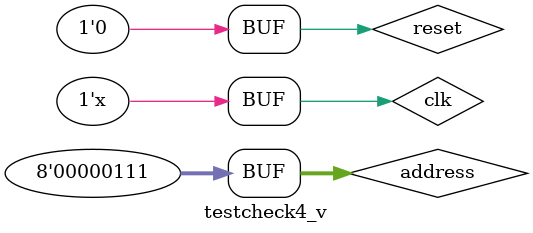
<source format=v>
`timescale 1ns / 1ps


module testcheck4_v;

	// Inputs
	reg clk;
	reg reset;
	reg [7:0] a1;
	reg [7:0] b1;
	reg [7:0] address;

	// Outputs
	wire [7:0] memdata;
	wire alusrca;
	wire memtoreg;
	wire regdst;
	wire iord;
	wire pcen;
	wire regwrite;
	wire [1:0] pcsrc;
	wire [1:0] alusrcb;
	wire [3:0] irwrite;
	wire [2:0] alucontrol;
	wire [7:0] Reg1Adr;
	wire [7:0] Reg2Adr;
	wire branch;
	wire [7:0] src1;
	wire [7:0] src2;
	wire [7:0] alucheck;
	wire [7:0] pcvalue;
	wire [7:0] nextpcvalue;
	wire [7:0] read1;
	wire [7:0] read2;
	wire [7:0] RgDst;
	wire [31:0] instr;
	wire zero;
	wire memread;
	wire memwrite;
	wire [7:0] adr;
	wire [7:0] writedata;

	// Instantiate the Unit Under Test (UUT)
	testbench uut (
		.clk(clk), 
		.reset(reset), 
		.a1(a1), 
		.b1(b1), 
		.address(address), 
		.memdata(memdata), 
		.alusrca(alusrca), 
		.memtoreg(memtoreg), 
		.regdst(regdst), 
		.iord(iord), 
		.pcen(pcen), 
		.regwrite(regwrite), 
		.pcsrc(pcsrc), 
		.alusrcb(alusrcb), 
		.irwrite(irwrite), 
		.alucontrol(alucontrol), 
		.Reg1Adr(Reg1Adr), 
		.Reg2Adr(Reg2Adr), 
		.branch(branch), 
		.src1(src1), 
		.src2(src2), 
		.alucheck(alucheck), 
		.pcvalue(pcvalue), 
		.nextpcvalue(nextpcvalue), 
		.read1(read1), 
		.read2(read2), 
		.RgDst(RgDst), 
		.instr(instr), 
		.zero(zero), 
		.memread(memread), 
		.memwrite(memwrite), 
		.adr(adr), 
		.writedata(writedata)
	);

	always begin
#5
clk=~clk;
end
	initial begin
		// Initialize Inputs
		clk = 0;
		reset = 1;
		address = 0;

		// Wait 100 ns for global reset to finish
		#10;
		reset=0;
		address=0;
		#10;
		address=1;
		#10;
		address=2;
		#10;
		address=3;
		#10;
		#10;
		#10;
		#10;
		address=4;
		#10;
		address=5;
		#10;
		address=6;
		#10;
		address=7;
		#10;
        
		// Add stimulus here

	end
      
endmodule


</source>
